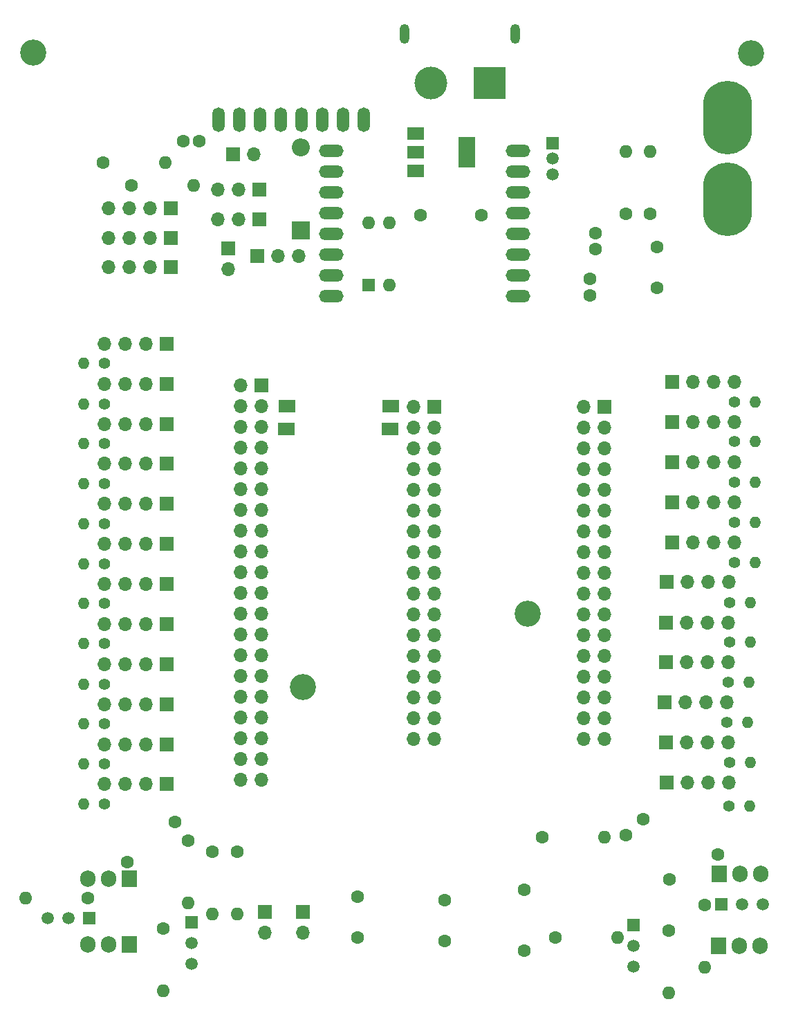
<source format=gbr>
%TF.GenerationSoftware,KiCad,Pcbnew,(6.0.5)*%
%TF.CreationDate,2022-12-18T21:16:11-03:00*%
%TF.ProjectId,HM_CENTRAL-01,484d5f43-454e-4545-9241-4c2d30312e6b,rev?*%
%TF.SameCoordinates,Original*%
%TF.FileFunction,Soldermask,Top*%
%TF.FilePolarity,Negative*%
%FSLAX46Y46*%
G04 Gerber Fmt 4.6, Leading zero omitted, Abs format (unit mm)*
G04 Created by KiCad (PCBNEW (6.0.5)) date 2022-12-18 21:16:11*
%MOMM*%
%LPD*%
G01*
G04 APERTURE LIST*
G04 Aperture macros list*
%AMHorizOval*
0 Thick line with rounded ends*
0 $1 width*
0 $2 $3 position (X,Y) of the first rounded end (center of the circle)*
0 $4 $5 position (X,Y) of the second rounded end (center of the circle)*
0 Add line between two ends*
20,1,$1,$2,$3,$4,$5,0*
0 Add two circle primitives to create the rounded ends*
1,1,$1,$2,$3*
1,1,$1,$4,$5*%
G04 Aperture macros list end*
%ADD10R,1.700000X1.700000*%
%ADD11O,1.700000X1.700000*%
%ADD12R,4.000000X4.000000*%
%ADD13C,4.000000*%
%ADD14O,1.200000X2.400000*%
%ADD15C,1.600000*%
%ADD16O,1.600000X1.600000*%
%ADD17R,2.200000X2.200000*%
%ADD18O,2.200000X2.200000*%
%ADD19R,1.500000X1.500000*%
%ADD20C,1.500000*%
%ADD21R,2.000000X1.600000*%
%ADD22R,2.000000X1.500000*%
%ADD23R,2.000000X3.800000*%
%ADD24C,3.200000*%
%ADD25R,1.600000X1.600000*%
%ADD26R,1.905000X2.000000*%
%ADD27O,1.905000X2.000000*%
%ADD28HorizOval,1.600000X0.000000X0.000000X0.000000X0.000000X0*%
%ADD29HorizOval,1.600000X0.000000X0.000000X0.000000X0.000000X0*%
%ADD30O,1.500000X3.000000*%
%ADD31C,0.800000*%
%ADD32HorizOval,0.800000X0.000000X0.000000X0.000000X0.000000X0*%
%ADD33HorizOval,0.800000X0.000000X0.000000X0.000000X0.000000X0*%
%ADD34O,6.000000X9.000000*%
%ADD35HorizOval,1.600000X0.000000X0.000000X0.000000X0.000000X0*%
%ADD36C,1.400000*%
%ADD37O,1.400000X1.400000*%
%ADD38O,3.000000X1.500000*%
G04 APERTURE END LIST*
D10*
%TO.C,M14*%
X150600000Y-104900000D03*
D11*
X153140000Y-104900000D03*
X155680000Y-104900000D03*
X158220000Y-104900000D03*
%TD*%
D12*
%TO.C,J1*%
X129100000Y-29165750D03*
D13*
X121900000Y-29165750D03*
D14*
X132250000Y-23165750D03*
X118750000Y-23165750D03*
%TD*%
D10*
%TO.C,J6*%
X100925000Y-42200000D03*
D11*
X98385000Y-42200000D03*
X95845000Y-42200000D03*
%TD*%
D10*
%TO.C,J7*%
X90100000Y-51700000D03*
D11*
X87560000Y-51700000D03*
X85020000Y-51700000D03*
X82480000Y-51700000D03*
%TD*%
D15*
%TO.C,R6*%
X155500000Y-129690000D03*
D16*
X155500000Y-137310000D03*
%TD*%
D10*
%TO.C,M10*%
X89600000Y-61050000D03*
D11*
X87060000Y-61050000D03*
X84520000Y-61050000D03*
X81980000Y-61050000D03*
%TD*%
D10*
%TO.C,M13*%
X89600000Y-105150000D03*
D11*
X87060000Y-105150000D03*
X84520000Y-105150000D03*
X81980000Y-105150000D03*
%TD*%
D10*
%TO.C,M23*%
X89600000Y-85550000D03*
D11*
X87060000Y-85550000D03*
X84520000Y-85550000D03*
X81980000Y-85550000D03*
%TD*%
D10*
%TO.C,J5*%
X90100000Y-44500000D03*
D11*
X87560000Y-44500000D03*
X85020000Y-44500000D03*
X82480000Y-44500000D03*
%TD*%
D17*
%TO.C,D1*%
X106025000Y-47180000D03*
D18*
X106025000Y-37020000D03*
%TD*%
D15*
%TO.C,R4*%
X79910000Y-128900000D03*
D16*
X72290000Y-128900000D03*
%TD*%
D15*
%TO.C,R41*%
X81790000Y-38900000D03*
D16*
X89410000Y-38900000D03*
%TD*%
D19*
%TO.C,Q7*%
X146740000Y-132160000D03*
D20*
X146740000Y-134700000D03*
X146740000Y-137240000D03*
%TD*%
D21*
%TO.C,R36*%
X116950000Y-71500000D03*
X104250000Y-71500000D03*
%TD*%
D22*
%TO.C,U2*%
X120050000Y-35300000D03*
D23*
X126350000Y-37600000D03*
D22*
X120050000Y-37600000D03*
X120050000Y-39900000D03*
%TD*%
D15*
%TO.C,C5*%
X149600000Y-54200000D03*
X149600000Y-49200000D03*
%TD*%
%TO.C,C7*%
X91600000Y-36300000D03*
X93600000Y-36300000D03*
%TD*%
D10*
%TO.C,M20*%
X150700000Y-109800000D03*
D11*
X153240000Y-109800000D03*
X155780000Y-109800000D03*
X158320000Y-109800000D03*
%TD*%
D15*
%TO.C,R8*%
X89200000Y-132590000D03*
D16*
X89200000Y-140210000D03*
%TD*%
D10*
%TO.C,J2*%
X101210000Y-66180000D03*
D11*
X98670000Y-66180000D03*
X101210000Y-68720000D03*
X98670000Y-68720000D03*
X101210000Y-71260000D03*
X98670000Y-71260000D03*
X101210000Y-73800000D03*
X98670000Y-73800000D03*
X101210000Y-76340000D03*
X98670000Y-76340000D03*
X101210000Y-78880000D03*
X98670000Y-78880000D03*
X101210000Y-81420000D03*
X98670000Y-81420000D03*
X101210000Y-83960000D03*
X98670000Y-83960000D03*
X101210000Y-86500000D03*
X98670000Y-86500000D03*
X101210000Y-89040000D03*
X98670000Y-89040000D03*
X101210000Y-91580000D03*
X98670000Y-91580000D03*
X101210000Y-94120000D03*
X98670000Y-94120000D03*
X101210000Y-96660000D03*
X98670000Y-96660000D03*
X101210000Y-99200000D03*
X98670000Y-99200000D03*
X101210000Y-101740000D03*
X98670000Y-101740000D03*
X101210000Y-104280000D03*
X98670000Y-104280000D03*
X101210000Y-106820000D03*
X98670000Y-106820000D03*
X101210000Y-109360000D03*
X98670000Y-109360000D03*
X101210000Y-111900000D03*
X98670000Y-111900000D03*
X101210000Y-114440000D03*
X98670000Y-114440000D03*
%TD*%
D24*
%TO.C,H3*%
X133800000Y-94100000D03*
%TD*%
D15*
%TO.C,R40*%
X85300000Y-41700000D03*
D16*
X92920000Y-41700000D03*
%TD*%
D10*
%TO.C,M5*%
X150700000Y-95150000D03*
D11*
X153240000Y-95150000D03*
X155780000Y-95150000D03*
X158320000Y-95150000D03*
%TD*%
D25*
%TO.C,SW1*%
X114325000Y-53867500D03*
D16*
X116865000Y-53867500D03*
X116865000Y-46247500D03*
X114325000Y-46247500D03*
%TD*%
D24*
%TO.C,H4*%
X161100000Y-25500000D03*
%TD*%
D15*
%TO.C,C2*%
X141400000Y-55100000D03*
X141400000Y-53100000D03*
%TD*%
D26*
%TO.C,Q6*%
X85040000Y-134555000D03*
D27*
X82500000Y-134555000D03*
X79960000Y-134555000D03*
%TD*%
D15*
%TO.C,R7*%
X95200000Y-123190000D03*
D16*
X95200000Y-130810000D03*
%TD*%
D10*
%TO.C,M2*%
X89600000Y-90450000D03*
D11*
X87060000Y-90450000D03*
X84520000Y-90450000D03*
X81980000Y-90450000D03*
%TD*%
D10*
%TO.C,M8*%
X151480000Y-65750000D03*
D11*
X154020000Y-65750000D03*
X156560000Y-65750000D03*
X159100000Y-65750000D03*
%TD*%
D26*
%TO.C,Q8*%
X157160000Y-134745000D03*
D27*
X159700000Y-134745000D03*
X162240000Y-134745000D03*
%TD*%
D10*
%TO.C,M6*%
X89600000Y-100250000D03*
D11*
X87060000Y-100250000D03*
X84520000Y-100250000D03*
X81980000Y-100250000D03*
%TD*%
D10*
%TO.C,M26*%
X101650000Y-130600000D03*
D11*
X101650000Y-133140000D03*
%TD*%
D15*
%TO.C,R5*%
X135590000Y-121400000D03*
D16*
X143210000Y-121400000D03*
%TD*%
D10*
%TO.C,J4*%
X97100000Y-49400000D03*
D11*
X97100000Y-51940000D03*
%TD*%
D10*
%TO.C,M4*%
X89600000Y-95350000D03*
D11*
X87060000Y-95350000D03*
X84520000Y-95350000D03*
X81980000Y-95350000D03*
%TD*%
D10*
%TO.C,M22*%
X150800000Y-114750000D03*
D11*
X153340000Y-114750000D03*
X155880000Y-114750000D03*
X158420000Y-114750000D03*
%TD*%
D10*
%TO.C,J3*%
X122340000Y-68800000D03*
D11*
X119800000Y-68800000D03*
X122340000Y-71340000D03*
X119800000Y-71340000D03*
X122340000Y-73880000D03*
X119800000Y-73880000D03*
X122340000Y-76420000D03*
X119800000Y-76420000D03*
X122340000Y-78960000D03*
X119800000Y-78960000D03*
X122340000Y-81500000D03*
X119800000Y-81500000D03*
X122340000Y-84040000D03*
X119800000Y-84040000D03*
X122340000Y-86580000D03*
X119800000Y-86580000D03*
X122340000Y-89120000D03*
X119800000Y-89120000D03*
X122340000Y-91660000D03*
X119800000Y-91660000D03*
X122340000Y-94200000D03*
X119800000Y-94200000D03*
X122340000Y-96740000D03*
X119800000Y-96740000D03*
X122340000Y-99280000D03*
X119800000Y-99280000D03*
X122340000Y-101820000D03*
X119800000Y-101820000D03*
X122340000Y-104360000D03*
X119800000Y-104360000D03*
X122340000Y-106900000D03*
X119800000Y-106900000D03*
X122340000Y-109440000D03*
X119800000Y-109440000D03*
%TD*%
D15*
%TO.C,R39*%
X145800000Y-121205923D03*
D28*
X151188154Y-126594077D03*
%TD*%
D10*
%TO.C,J9*%
X90100000Y-48100000D03*
D11*
X87560000Y-48100000D03*
X85020000Y-48100000D03*
X82480000Y-48100000D03*
%TD*%
D10*
%TO.C,J12*%
X143200000Y-68800000D03*
D11*
X140660000Y-68800000D03*
X143200000Y-71340000D03*
X140660000Y-71340000D03*
X143200000Y-73880000D03*
X140660000Y-73880000D03*
X143200000Y-76420000D03*
X140660000Y-76420000D03*
X143200000Y-78960000D03*
X140660000Y-78960000D03*
X143200000Y-81500000D03*
X140660000Y-81500000D03*
X143200000Y-84040000D03*
X140660000Y-84040000D03*
X143200000Y-86580000D03*
X140660000Y-86580000D03*
X143200000Y-89120000D03*
X140660000Y-89120000D03*
X143200000Y-91660000D03*
X140660000Y-91660000D03*
X143200000Y-94200000D03*
X140660000Y-94200000D03*
X143200000Y-96740000D03*
X140660000Y-96740000D03*
X143200000Y-99280000D03*
X140660000Y-99280000D03*
X143200000Y-101820000D03*
X140660000Y-101820000D03*
X143200000Y-104360000D03*
X140660000Y-104360000D03*
X143200000Y-106900000D03*
X140660000Y-106900000D03*
X143200000Y-109440000D03*
X140660000Y-109440000D03*
%TD*%
D10*
%TO.C,M25*%
X106300000Y-130600000D03*
D11*
X106300000Y-133140000D03*
%TD*%
D19*
%TO.C,Q5*%
X92640000Y-131860000D03*
D20*
X92640000Y-134400000D03*
X92640000Y-136940000D03*
%TD*%
D10*
%TO.C,J8*%
X100925000Y-45800000D03*
D11*
X98385000Y-45800000D03*
X95845000Y-45800000D03*
%TD*%
D15*
%TO.C,C1*%
X133400000Y-127850000D03*
X133400000Y-135350000D03*
%TD*%
D10*
%TO.C,M17*%
X89600000Y-80650000D03*
D11*
X87060000Y-80650000D03*
X84520000Y-80650000D03*
X81980000Y-80650000D03*
%TD*%
D15*
%TO.C,R3*%
X98200000Y-123190000D03*
D16*
X98200000Y-130810000D03*
%TD*%
D10*
%TO.C,M16*%
X151480000Y-75550000D03*
D11*
X154020000Y-75550000D03*
X156560000Y-75550000D03*
X159100000Y-75550000D03*
%TD*%
D15*
%TO.C,R38*%
X92200000Y-121890000D03*
D16*
X92200000Y-129510000D03*
%TD*%
D15*
%TO.C,C3*%
X142100000Y-49500000D03*
X142100000Y-47500000D03*
%TD*%
D10*
%TO.C,M15*%
X89600000Y-75750000D03*
D11*
X87060000Y-75750000D03*
X84520000Y-75750000D03*
X81980000Y-75750000D03*
%TD*%
D10*
%TO.C,M7*%
X89600000Y-65950000D03*
D11*
X87060000Y-65950000D03*
X84520000Y-65950000D03*
X81980000Y-65950000D03*
%TD*%
D10*
%TO.C,M3*%
X150800000Y-90200000D03*
D11*
X153340000Y-90200000D03*
X155880000Y-90200000D03*
X158420000Y-90200000D03*
%TD*%
D10*
%TO.C,M12*%
X151480000Y-70650000D03*
D11*
X154020000Y-70650000D03*
X156560000Y-70650000D03*
X159100000Y-70650000D03*
%TD*%
D15*
%TO.C,C4*%
X123600000Y-129100000D03*
X123600000Y-134100000D03*
%TD*%
D10*
%TO.C,M9*%
X150700000Y-100000000D03*
D11*
X153240000Y-100000000D03*
X155780000Y-100000000D03*
X158320000Y-100000000D03*
%TD*%
D15*
%TO.C,R2*%
X147895957Y-119253100D03*
D29*
X157104044Y-123546902D03*
%TD*%
D10*
%TO.C,M11*%
X89600000Y-70850000D03*
D11*
X87060000Y-70850000D03*
X84520000Y-70850000D03*
X81980000Y-70850000D03*
%TD*%
D26*
%TO.C,Q4*%
X157260000Y-125945000D03*
D27*
X159800000Y-125945000D03*
X162340000Y-125945000D03*
%TD*%
D10*
%TO.C,M21*%
X89600000Y-114950000D03*
D11*
X87060000Y-114950000D03*
X84520000Y-114950000D03*
X81980000Y-114950000D03*
%TD*%
D21*
%TO.C,R37*%
X104300000Y-68700000D03*
X117000000Y-68700000D03*
%TD*%
D10*
%TO.C,M24*%
X151480000Y-85350000D03*
D11*
X154020000Y-85350000D03*
X156560000Y-85350000D03*
X159100000Y-85350000D03*
%TD*%
D15*
%TO.C,C8*%
X120650000Y-45300000D03*
X128150000Y-45300000D03*
%TD*%
%TO.C,C6*%
X113000000Y-128700000D03*
X113000000Y-133700000D03*
%TD*%
%TO.C,R10*%
X151100000Y-132890000D03*
D16*
X151100000Y-140510000D03*
%TD*%
D30*
%TO.C,U3*%
X111150000Y-33600370D03*
X98450000Y-33600370D03*
X113690000Y-33600370D03*
X100990000Y-33600370D03*
X103530000Y-33600370D03*
X95910000Y-33600370D03*
X106070000Y-33600370D03*
X108610000Y-33600370D03*
%TD*%
D24*
%TO.C,H2*%
X106300000Y-103100000D03*
%TD*%
D19*
%TO.C,U1*%
X136875000Y-36500000D03*
D20*
X136875000Y-38410000D03*
X136875000Y-40320000D03*
D31*
X160325000Y-45410000D03*
D32*
X157645000Y-39460000D03*
D31*
X156615000Y-40210000D03*
X156615000Y-46610000D03*
X156225000Y-45410000D03*
X159935000Y-40210000D03*
X156225000Y-42740000D03*
X160325000Y-41410000D03*
X158905000Y-47360000D03*
D33*
X158905000Y-39460000D03*
D31*
X159935000Y-46610000D03*
X160325000Y-42740000D03*
X156225000Y-44080000D03*
X156225000Y-41410000D03*
D34*
X158275000Y-43410000D03*
D31*
X157645000Y-47360000D03*
X160325000Y-44080000D03*
X156615000Y-30210000D03*
D34*
X158275000Y-33410000D03*
D31*
X159935000Y-36610000D03*
D33*
X157645000Y-37360000D03*
D31*
X160325000Y-31410000D03*
X160325000Y-34080000D03*
X156615000Y-36610000D03*
X156225000Y-35410000D03*
X158905000Y-29460000D03*
X160325000Y-35410000D03*
X156225000Y-31410000D03*
X156225000Y-34080000D03*
D32*
X158905000Y-37360000D03*
D31*
X159935000Y-30210000D03*
X157645000Y-29460000D03*
X160325000Y-32740000D03*
X156225000Y-32740000D03*
%TD*%
D10*
%TO.C,M18*%
X151480000Y-80450000D03*
D11*
X154020000Y-80450000D03*
X156560000Y-80450000D03*
X159100000Y-80450000D03*
%TD*%
D24*
%TO.C,H1*%
X73300000Y-25400000D03*
%TD*%
D26*
%TO.C,Q2*%
X85000000Y-126555000D03*
D27*
X82460000Y-126555000D03*
X79920000Y-126555000D03*
%TD*%
D10*
%TO.C,M19*%
X89600000Y-110050000D03*
D11*
X87060000Y-110050000D03*
X84520000Y-110050000D03*
X81980000Y-110050000D03*
%TD*%
D15*
%TO.C,R1*%
X90600000Y-119600000D03*
D35*
X84762741Y-124498042D03*
%TD*%
D36*
%TO.C,R13*%
X82000000Y-68450000D03*
D37*
X79460000Y-68450000D03*
%TD*%
D15*
%TO.C,R34*%
X145800000Y-45110000D03*
D16*
X145800000Y-37490000D03*
%TD*%
D10*
%TO.C,J10*%
X100700000Y-50300000D03*
D11*
X103240000Y-50300000D03*
X105780000Y-50300000D03*
%TD*%
D38*
%TO.C,M1*%
X132600000Y-55260930D03*
X132600000Y-52720930D03*
X132600000Y-50180930D03*
X132600000Y-47640930D03*
X132600000Y-45100930D03*
X132600000Y-42560930D03*
X132600000Y-40020930D03*
X132600000Y-37480930D03*
X109740000Y-37480930D03*
X109740000Y-40020930D03*
X109740000Y-42560930D03*
X109740000Y-45100930D03*
X109740000Y-47640930D03*
X109740000Y-50180930D03*
X109740000Y-52720930D03*
X109740000Y-55260930D03*
%TD*%
D36*
%TO.C,R21*%
X82000000Y-78150000D03*
D37*
X79460000Y-78150000D03*
%TD*%
D36*
%TO.C,R12*%
X158480000Y-92700000D03*
D37*
X161020000Y-92700000D03*
%TD*%
D36*
%TO.C,R17*%
X82000000Y-73250000D03*
D37*
X79460000Y-73250000D03*
%TD*%
D36*
%TO.C,R32*%
X82000000Y-87950000D03*
D37*
X79460000Y-87950000D03*
%TD*%
D36*
%TO.C,R14*%
X159080000Y-68200000D03*
D37*
X161620000Y-68200000D03*
%TD*%
D36*
%TO.C,R19*%
X82000000Y-102750000D03*
D37*
X79460000Y-102750000D03*
%TD*%
D36*
%TO.C,R33*%
X159080000Y-87800000D03*
D37*
X161620000Y-87800000D03*
%TD*%
D36*
%TO.C,R16*%
X158480000Y-97600000D03*
D37*
X161020000Y-97600000D03*
%TD*%
D36*
%TO.C,R11*%
X82000000Y-92850000D03*
D37*
X79460000Y-92850000D03*
%TD*%
D19*
%TO.C,Q1*%
X80100000Y-131300000D03*
D20*
X77560000Y-131300000D03*
X75020000Y-131300000D03*
%TD*%
D15*
%TO.C,R35*%
X148800000Y-45110000D03*
D16*
X148800000Y-37490000D03*
%TD*%
D36*
%TO.C,R27*%
X159080000Y-82900000D03*
D37*
X161620000Y-82900000D03*
%TD*%
D36*
%TO.C,R18*%
X159080000Y-73000000D03*
D37*
X161620000Y-73000000D03*
%TD*%
D36*
%TO.C,R20*%
X158380000Y-102500000D03*
D37*
X160920000Y-102500000D03*
%TD*%
D36*
%TO.C,R22*%
X159080000Y-78000000D03*
D37*
X161620000Y-78000000D03*
%TD*%
D15*
%TO.C,R9*%
X137190000Y-133700000D03*
D16*
X144810000Y-133700000D03*
%TD*%
D36*
%TO.C,R26*%
X82000000Y-83050000D03*
D37*
X79460000Y-83050000D03*
%TD*%
D36*
%TO.C,R28*%
X82000000Y-112450000D03*
D37*
X79460000Y-112450000D03*
%TD*%
D36*
%TO.C,R24*%
X82000000Y-107550000D03*
D37*
X79460000Y-107550000D03*
%TD*%
D19*
%TO.C,Q3*%
X157460000Y-129660000D03*
D20*
X160000000Y-129660000D03*
X162540000Y-129660000D03*
%TD*%
D36*
%TO.C,R31*%
X158400000Y-117600000D03*
D37*
X160940000Y-117600000D03*
%TD*%
D36*
%TO.C,R29*%
X158480000Y-112300000D03*
D37*
X161020000Y-112300000D03*
%TD*%
D36*
%TO.C,R25*%
X158180000Y-107400000D03*
D37*
X160720000Y-107400000D03*
%TD*%
D10*
%TO.C,J11*%
X97725000Y-37900000D03*
D11*
X100265000Y-37900000D03*
%TD*%
D36*
%TO.C,R15*%
X82000000Y-97750000D03*
D37*
X79460000Y-97750000D03*
%TD*%
D36*
%TO.C,R23*%
X82000000Y-63450000D03*
D37*
X79460000Y-63450000D03*
%TD*%
D36*
%TO.C,R30*%
X82000000Y-117350000D03*
D37*
X79460000Y-117350000D03*
%TD*%
M02*

</source>
